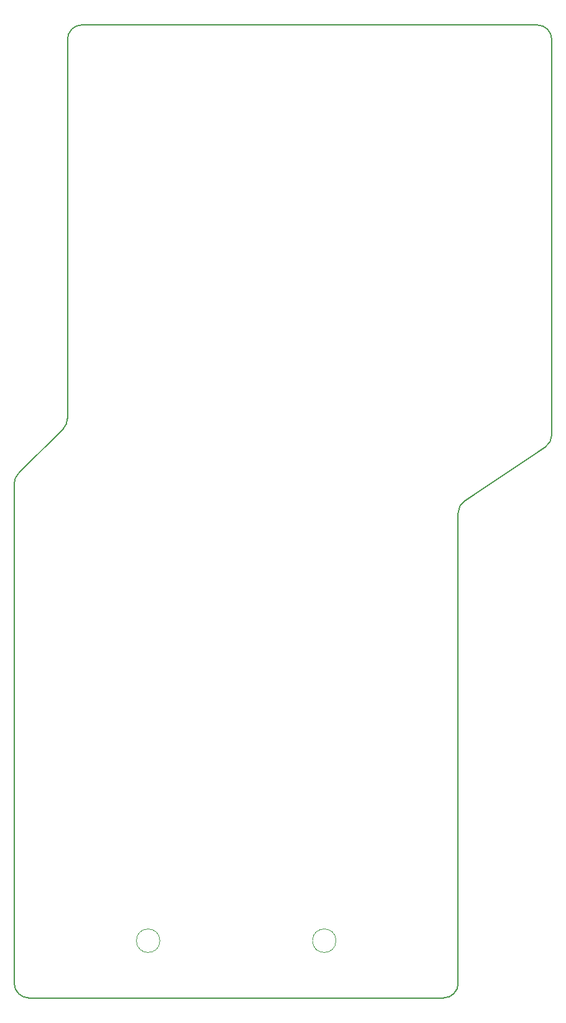
<source format=gbr>
%TF.GenerationSoftware,KiCad,Pcbnew,8.0.1*%
%TF.CreationDate,2024-08-17T14:41:16+02:00*%
%TF.ProjectId,robal_rpi_ioBoard,726f6261-6c5f-4727-9069-5f696f426f61,rev?*%
%TF.SameCoordinates,Original*%
%TF.FileFunction,Profile,NP*%
%FSLAX46Y46*%
G04 Gerber Fmt 4.6, Leading zero omitted, Abs format (unit mm)*
G04 Created by KiCad (PCBNEW 8.0.1) date 2024-08-17 14:41:16*
%MOMM*%
%LPD*%
G01*
G04 APERTURE LIST*
%TA.AperFunction,Profile*%
%ADD10C,0.050000*%
%TD*%
%TA.AperFunction,Profile*%
%ADD11C,0.200000*%
%TD*%
G04 APERTURE END LIST*
D10*
X80350000Y-168000000D02*
G75*
G02*
X77150000Y-168000000I-1600000J0D01*
G01*
X77150000Y-168000000D02*
G75*
G02*
X80350000Y-168000000I1600000J0D01*
G01*
D11*
X97890600Y-107992781D02*
X108859401Y-100680247D01*
X97000001Y-173800002D02*
X97000001Y-109656883D01*
X43164215Y-98172300D02*
X37085786Y-104250729D01*
X36500002Y-105664941D02*
G75*
G02*
X37085766Y-104250709I1999998J41D01*
G01*
X107750002Y-43086514D02*
G75*
G02*
X109749986Y-45086513I-2J-1999986D01*
G01*
X43750001Y-96758090D02*
G75*
G02*
X43164222Y-98172307I-2000001J-10D01*
G01*
X43164215Y-98172300D02*
X43164214Y-98172299D01*
X107750002Y-43086514D02*
X45750000Y-43086514D01*
D10*
X56350000Y-168000000D02*
G75*
G02*
X53150000Y-168000000I-1600000J0D01*
G01*
X53150000Y-168000000D02*
G75*
G02*
X56350000Y-168000000I1600000J0D01*
G01*
D11*
X109750001Y-99016145D02*
G75*
G02*
X108859380Y-100680215I-2000001J45D01*
G01*
X36500001Y-105664941D02*
X36500001Y-173800000D01*
X97000001Y-173800002D02*
G75*
G02*
X95000002Y-175800001I-2000001J2D01*
G01*
X43750001Y-45086513D02*
X43750001Y-96758090D01*
X109750001Y-99016145D02*
X109750001Y-45086513D01*
X38500000Y-175800000D02*
G75*
G02*
X36500000Y-173800000I0J2000000D01*
G01*
X97000001Y-109656883D02*
G75*
G02*
X97890609Y-107992794I1999999J-17D01*
G01*
X36500001Y-105664941D02*
X36500002Y-105664941D01*
X38500000Y-175800000D02*
X95000002Y-175800000D01*
X43750001Y-45086513D02*
G75*
G02*
X45750000Y-43086501I1999999J13D01*
G01*
M02*

</source>
